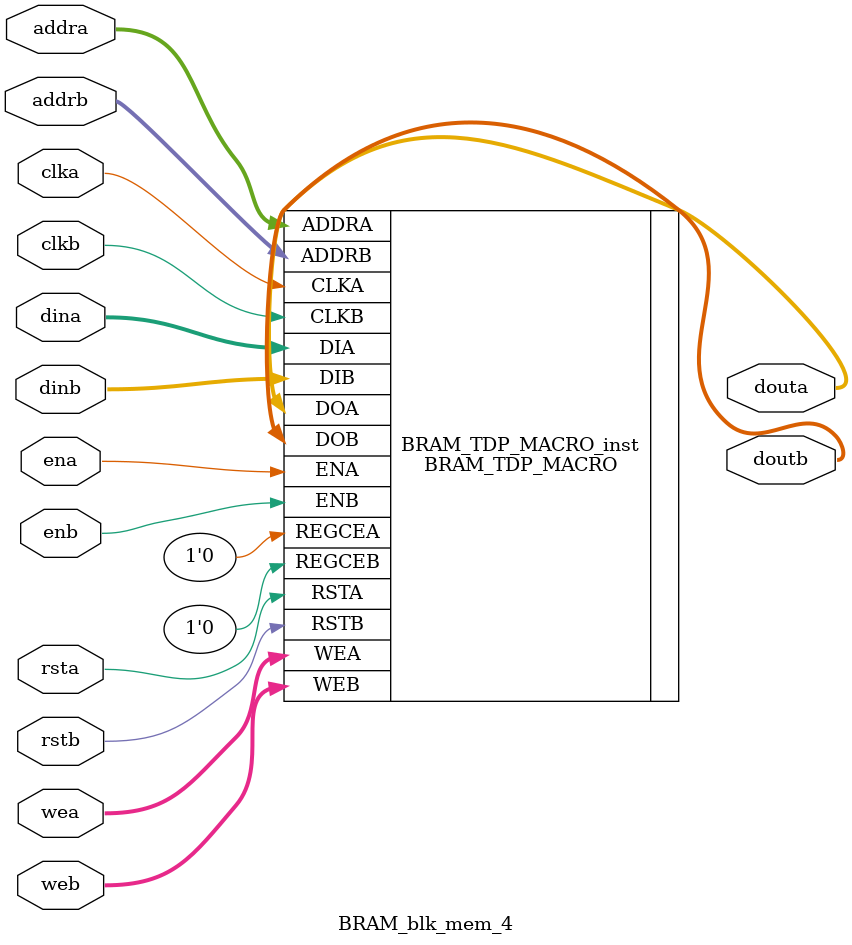
<source format=v>
`timescale 1ns/1ps

module BRAM_blk_mem_4 (
  clka,
  ena,
  wea,
  addra,
  dina,
  douta,
  rsta,
  clkb,
  enb,
  web,
  addrb,
  dinb,
  doutb,
  rstb
);


input wire clka;
input wire clkb;

input wire ena;
input wire enb;

input wire rsta;
input wire rstb;

input wire [1 : 0] wea;
input wire [1 : 0] web;

input wire [9 : 0] addra;
input wire [9 : 0] addrb;

input wire [15 : 0] dina;
input wire [15 : 0] dinb;

output wire [15 : 0] douta;
output wire [15 : 0] doutb;


// BRAM_TDP_MACRO : In order to incorporate this function into the design,
//   Verilog   : the following instance declaration needs to be placed
//  instance   : in the body of the design code.  The instance name
// declaration : (BRAM_TDP_MACRO_inst) and/or the port declarations within the
//    code     : parenthesis may be changed to properly reference and
//             : connect this function to the design.  All inputs
//             : and outputs must be connected.

//  <-----Cut code below this line---->

   // BRAM_TDP_MACRO: True Dual Port RAM
   //                 Virtex-7
   // Xilinx HDL Language Template, version 2016.4
   
   //////////////////////////////////////////////////////////////////////////
   // DATA_WIDTH_A/B | BRAM_SIZE | RAM Depth | ADDRA/B Width | WEA/B Width //
   // ===============|===========|===========|===============|=============//
   //     19-36      |  "36Kb"   |    1024   |    10-bit     |    4-bit    //
   //     10-18      |  "36Kb"   |    2048   |    11-bit     |    2-bit    //
   //     10-18      |  "18Kb"   |    1024   |    10-bit     |    2-bit    //
   //      5-9       |  "36Kb"   |    4096   |    12-bit     |    1-bit    //
   //      5-9       |  "18Kb"   |    2048   |    11-bit     |    1-bit    //
   //      3-4       |  "36Kb"   |    8192   |    13-bit     |    1-bit    //
   //      3-4       |  "18Kb"   |    4096   |    12-bit     |    1-bit    //
   //        2       |  "36Kb"   |   16384   |    14-bit     |    1-bit    //
   //        2       |  "18Kb"   |    8192   |    13-bit     |    1-bit    //
   //        1       |  "36Kb"   |   32768   |    15-bit     |    1-bit    //
   //        1       |  "18Kb"   |   16384   |    14-bit     |    1-bit    //
   //////////////////////////////////////////////////////////////////////////

   BRAM_TDP_MACRO #(
      .BRAM_SIZE("18Kb"), // Target BRAM: "18Kb" or "36Kb" 
      .DEVICE("7SERIES"), // Target device: "7SERIES" 
      .DOA_REG(0),        // Optional port A output register (0 or 1)
      .DOB_REG(0),        // Optional port B output register (0 or 1)
      .INIT_A(36'h00000000),  // Initial values on port A output port
      .INIT_B(36'h00000000), // Initial values on port B output port
      .INIT_FILE ("weight_4.mem"),
      .READ_WIDTH_A (16),   // Valid values are 1-36 (19-36 only valid when BRAM_SIZE="36Kb")
      .READ_WIDTH_B (16),   // Valid values are 1-36 (19-36 only valid when BRAM_SIZE="36Kb")
      .SIM_COLLISION_CHECK ("ALL"), // Collision check enable "ALL", "WARNING_ONLY", 
                                    //   "GENERATE_X_ONLY" or "NONE" 
      .SRVAL_A(36'h00000000), // Set/Reset value for port A output
      .SRVAL_B(36'h00000000), // Set/Reset value for port B output
      .WRITE_MODE_A("WRITE_FIRST"), // "WRITE_FIRST", "READ_FIRST", or "NO_CHANGE" 
      .WRITE_MODE_B("WRITE_FIRST"), // "WRITE_FIRST", "READ_FIRST", or "NO_CHANGE" 
      .WRITE_WIDTH_A(16), // Valid values are 1-36 (19-36 only valid when BRAM_SIZE="36Kb")
      .WRITE_WIDTH_B(16), // Valid values are 1-36 (19-36 only valid when BRAM_SIZE="36Kb")
      .INIT_00(256'h0000000000000000000000000000000000000000000000000000000000000000),
      .INIT_01(256'h0000000000000000000000000000000000000000000000000000000000000000),
      .INIT_02(256'h0000000000000000000000000000000000000000000000000000000000000000),
      .INIT_03(256'h0000000000000000000000000000000000000000000000000000000000000000),
      .INIT_04(256'h0000000000000000000000000000000000000000000000000000000000000000),
      .INIT_05(256'h0000000000000000000000000000000000000000000000000000000000000000),
      .INIT_06(256'h0000000000000000000000000000000000000000000000000000000000000000),
      .INIT_07(256'h0000000000000000000000000000000000000000000000000000000000000000),
      .INIT_08(256'h0000000000000000000000000000000000000000000000000000000000000000),
      .INIT_09(256'h0000000000000000000000000000000000000000000000000000000000000000),
      .INIT_0A(256'h0000000000000000000000000000000000000000000000000000000000000000),
      .INIT_0B(256'h0000000000000000000000000000000000000000000000000000000000000000),
      .INIT_0C(256'h0000000000000000000000000000000000000000000000000000000000000000),
      .INIT_0D(256'h0000000000000000000000000000000000000000000000000000000000000000),
      .INIT_0E(256'h0000000000000000000000000000000000000000000000000000000000000000),
      .INIT_0F(256'h0000000000000000000000000000000000000000000000000000000000000000),
      .INIT_10(256'h0000000000000000000000000000000000000000000000000000000000000000),
      .INIT_11(256'h0000000000000000000000000000000000000000000000000000000000000000),
      .INIT_12(256'h0000000000000000000000000000000000000000000000000000000000000000),
      .INIT_13(256'h0000000000000000000000000000000000000000000000000000000000000000),
      .INIT_14(256'h0000000000000000000000000000000000000000000000000000000000000000),
      .INIT_15(256'h0000000000000000000000000000000000000000000000000000000000000000),
      .INIT_16(256'h0000000000000000000000000000000000000000000000000000000000000000),
      .INIT_17(256'h0000000000000000000000000000000000000000000000000000000000000000),
      .INIT_18(256'h0000000000000000000000000000000000000000000000000000000000000000),
      .INIT_19(256'h0000000000000000000000000000000000000000000000000000000000000000),
      .INIT_1A(256'h0000000000000000000000000000000000000000000000000000000000000000),
      .INIT_1B(256'h0000000000000000000000000000000000000000000000000000000000000000),
      .INIT_1C(256'h0000000000000000000000000000000000000000000000000000000000000000),
      .INIT_1D(256'h0000000000000000000000000000000000000000000000000000000000000000),
      .INIT_1E(256'h0000000000000000000000000000000000000000000000000000000000000000),
      .INIT_1F(256'h0000000000000000000000000000000000000000000000000000000000000000),
      .INIT_20(256'h0000000000000000000000000000000000000000000000000000000000000000),
      .INIT_21(256'h0000000000000000000000000000000000000000000000000000000000000000),
      .INIT_22(256'h0000000000000000000000000000000000000000000000000000000000000000),
      .INIT_23(256'h0000000000000000000000000000000000000000000000000000000000000000),
      .INIT_24(256'h0000000000000000000000000000000000000000000000000000000000000000),
      .INIT_25(256'h0000000000000000000000000000000000000000000000000000000000000000),
      .INIT_26(256'h0000000000000000000000000000000000000000000000000000000000000000),
      .INIT_27(256'h0000000000000000000000000000000000000000000000000000000000000000),
      .INIT_28(256'h0000000000000000000000000000000000000000000000000000000000000000),
      .INIT_29(256'h0000000000000000000000000000000000000000000000000000000000000000),
      .INIT_2A(256'h0000000000000000000000000000000000000000000000000000000000000000),
      .INIT_2B(256'h0000000000000000000000000000000000000000000000000000000000000000),
      .INIT_2C(256'h0000000000000000000000000000000000000000000000000000000000000000),
      .INIT_2D(256'h0000000000000000000000000000000000000000000000000000000000000000),
      .INIT_2E(256'h0000000000000000000000000000000000000000000000000000000000000000),
      .INIT_2F(256'h0000000000000000000000000000000000000000000000000000000000000000),
      .INIT_30(256'h0000000000000000000000000000000000000000000000000000000000000000),
      .INIT_31(256'h0000000000000000000000000000000000000000000000000000000000000000),
      .INIT_32(256'h0000000000000000000000000000000000000000000000000000000000000000),
      .INIT_33(256'h0000000000000000000000000000000000000000000000000000000000000000),
      .INIT_34(256'h0000000000000000000000000000000000000000000000000000000000000000),
      .INIT_35(256'h0000000000000000000000000000000000000000000000000000000000000000),
      .INIT_36(256'h0000000000000000000000000000000000000000000000000000000000000000),
      .INIT_37(256'h0000000000000000000000000000000000000000000000000000000000000000),
      .INIT_38(256'h0000000000000000000000000000000000000000000000000000000000000000),
      .INIT_39(256'h0000000000000000000000000000000000000000000000000000000000000000),
      .INIT_3A(256'h0000000000000000000000000000000000000000000000000000000000000000),
      .INIT_3B(256'h0000000000000000000000000000000000000000000000000000000000000000),
      .INIT_3C(256'h0000000000000000000000000000000000000000000000000000000000000000),
      .INIT_3D(256'h0000000000000000000000000000000000000000000000000000000000000000),
      .INIT_3E(256'h0000000000000000000000000000000000000000000000000000000000000000),
      .INIT_3F(256'h0000000000000000000000000000000000000000000000000000000000000000),
      
      // The next set of INIT_xx are valid when configured as 36Kb
      .INIT_40(256'h0000000000000000000000000000000000000000000000000000000000000000),
      .INIT_41(256'h0000000000000000000000000000000000000000000000000000000000000000),
      .INIT_42(256'h0000000000000000000000000000000000000000000000000000000000000000),
      .INIT_43(256'h0000000000000000000000000000000000000000000000000000000000000000),
      .INIT_44(256'h0000000000000000000000000000000000000000000000000000000000000000),
      .INIT_45(256'h0000000000000000000000000000000000000000000000000000000000000000),
      .INIT_46(256'h0000000000000000000000000000000000000000000000000000000000000000),
      .INIT_47(256'h0000000000000000000000000000000000000000000000000000000000000000),
      .INIT_48(256'h0000000000000000000000000000000000000000000000000000000000000000),
      .INIT_49(256'h0000000000000000000000000000000000000000000000000000000000000000),
      .INIT_4A(256'h0000000000000000000000000000000000000000000000000000000000000000),
      .INIT_4B(256'h0000000000000000000000000000000000000000000000000000000000000000),
      .INIT_4C(256'h0000000000000000000000000000000000000000000000000000000000000000),
      .INIT_4D(256'h0000000000000000000000000000000000000000000000000000000000000000),
      .INIT_4E(256'h0000000000000000000000000000000000000000000000000000000000000000),
      .INIT_4F(256'h0000000000000000000000000000000000000000000000000000000000000000),
      .INIT_50(256'h0000000000000000000000000000000000000000000000000000000000000000),
      .INIT_51(256'h0000000000000000000000000000000000000000000000000000000000000000),
      .INIT_52(256'h0000000000000000000000000000000000000000000000000000000000000000),
      .INIT_53(256'h0000000000000000000000000000000000000000000000000000000000000000),
      .INIT_54(256'h0000000000000000000000000000000000000000000000000000000000000000),
      .INIT_55(256'h0000000000000000000000000000000000000000000000000000000000000000),
      .INIT_56(256'h0000000000000000000000000000000000000000000000000000000000000000),
      .INIT_57(256'h0000000000000000000000000000000000000000000000000000000000000000),
      .INIT_58(256'h0000000000000000000000000000000000000000000000000000000000000000),
      .INIT_59(256'h0000000000000000000000000000000000000000000000000000000000000000),
      .INIT_5A(256'h0000000000000000000000000000000000000000000000000000000000000000),
      .INIT_5B(256'h0000000000000000000000000000000000000000000000000000000000000000),
      .INIT_5C(256'h0000000000000000000000000000000000000000000000000000000000000000),
      .INIT_5D(256'h0000000000000000000000000000000000000000000000000000000000000000),
      .INIT_5E(256'h0000000000000000000000000000000000000000000000000000000000000000),
      .INIT_5F(256'h0000000000000000000000000000000000000000000000000000000000000000),
      .INIT_60(256'h0000000000000000000000000000000000000000000000000000000000000000),
      .INIT_61(256'h0000000000000000000000000000000000000000000000000000000000000000),
      .INIT_62(256'h0000000000000000000000000000000000000000000000000000000000000000),
      .INIT_63(256'h0000000000000000000000000000000000000000000000000000000000000000),
      .INIT_64(256'h0000000000000000000000000000000000000000000000000000000000000000),
      .INIT_65(256'h0000000000000000000000000000000000000000000000000000000000000000),
      .INIT_66(256'h0000000000000000000000000000000000000000000000000000000000000000),
      .INIT_67(256'h0000000000000000000000000000000000000000000000000000000000000000),
      .INIT_68(256'h0000000000000000000000000000000000000000000000000000000000000000),
      .INIT_69(256'h0000000000000000000000000000000000000000000000000000000000000000),
      .INIT_6A(256'h0000000000000000000000000000000000000000000000000000000000000000),
      .INIT_6B(256'h0000000000000000000000000000000000000000000000000000000000000000),
      .INIT_6C(256'h0000000000000000000000000000000000000000000000000000000000000000),
      .INIT_6D(256'h0000000000000000000000000000000000000000000000000000000000000000),
      .INIT_6E(256'h0000000000000000000000000000000000000000000000000000000000000000),
      .INIT_6F(256'h0000000000000000000000000000000000000000000000000000000000000000),
      .INIT_70(256'h0000000000000000000000000000000000000000000000000000000000000000),
      .INIT_71(256'h0000000000000000000000000000000000000000000000000000000000000000),
      .INIT_72(256'h0000000000000000000000000000000000000000000000000000000000000000),
      .INIT_73(256'h0000000000000000000000000000000000000000000000000000000000000000),
      .INIT_74(256'h0000000000000000000000000000000000000000000000000000000000000000),
      .INIT_75(256'h0000000000000000000000000000000000000000000000000000000000000000),
      .INIT_76(256'h0000000000000000000000000000000000000000000000000000000000000000),
      .INIT_77(256'h0000000000000000000000000000000000000000000000000000000000000000),
      .INIT_78(256'h0000000000000000000000000000000000000000000000000000000000000000),
      .INIT_79(256'h0000000000000000000000000000000000000000000000000000000000000000),
      .INIT_7A(256'h0000000000000000000000000000000000000000000000000000000000000000),
      .INIT_7B(256'h0000000000000000000000000000000000000000000000000000000000000000),
      .INIT_7C(256'h0000000000000000000000000000000000000000000000000000000000000000),
      .INIT_7D(256'h0000000000000000000000000000000000000000000000000000000000000000),
      .INIT_7E(256'h0000000000000000000000000000000000000000000000000000000000000000),
      .INIT_7F(256'h0000000000000000000000000000000000000000000000000000000000000000),
     
      // The next set of INITP_xx are for the parity bits
      //.INIT_FF(256'h0000000000000000000000000000000000000000000000000000000000000000),
      .INITP_00(256'h0000000000000000000000000000000000000000000000000000000000000000),
      .INITP_01(256'h0000000000000000000000000000000000000000000000000000000000000000),
      .INITP_02(256'h0000000000000000000000000000000000000000000000000000000000000000),
      .INITP_03(256'h0000000000000000000000000000000000000000000000000000000000000000),
      .INITP_04(256'h0000000000000000000000000000000000000000000000000000000000000000),
      .INITP_05(256'h0000000000000000000000000000000000000000000000000000000000000000),
      .INITP_06(256'h0000000000000000000000000000000000000000000000000000000000000000),
      .INITP_07(256'h0000000000000000000000000000000000000000000000000000000000000000),
      
      // The next set of INITP_xx are valid when configured as 36Kb
      .INITP_08(256'h0000000000000000000000000000000000000000000000000000000000000000),
      .INITP_09(256'h0000000000000000000000000000000000000000000000000000000000000000),
      .INITP_0A(256'h0000000000000000000000000000000000000000000000000000000000000000),
      .INITP_0B(256'h0000000000000000000000000000000000000000000000000000000000000000),
      .INITP_0C(256'h0000000000000000000000000000000000000000000000000000000000000000),
      .INITP_0D(256'h0000000000000000000000000000000000000000000000000000000000000000),
      .INITP_0E(256'h0000000000000000000000000000000000000000000000000000000000000000),
      .INITP_0F(256'h0000000000000000000000000000000000000000000000000000000000000000)
   ) BRAM_TDP_MACRO_inst (
      .DOA(douta),       // Output port-A data, width defined by READ_WIDTH_A parameter
      .DOB(doutb),       // Output port-B data, width defined by READ_WIDTH_B parameter
      .ADDRA(addra),   // Input port-A address, width defined by Port A depth
      .ADDRB(addrb),   // Input port-B address, width defined by Port B depth
      .CLKA(clka),     // 1-bit input port-A clock
      .CLKB(clkb),     // 1-bit input port-B clock
      .DIA(dina),       // Input port-A data, width defined by WRITE_WIDTH_A parameter
      .DIB(dinb),       // Input port-B data, width defined by WRITE_WIDTH_B parameter
      .ENA(ena),       // 1-bit input port-A enable
      .ENB(enb),       // 1-bit input port-B enable
      .REGCEA(1'D0), // 1-bit input port-A output register enable
      .REGCEB(1'D0), // 1-bit input port-B output register enable
      .RSTA(rsta),     // 1-bit input port-A reset
      .RSTB(rstb),     // 1-bit input port-B reset
      .WEA(wea),       // Input port-A write enable, width defined by Port A depth
      .WEB(web)        // Input port-B write enable, width defined by Port B depth
   );

   // End of BRAM_TDP_MACRO_inst instantiation
				
endmodule
</source>
